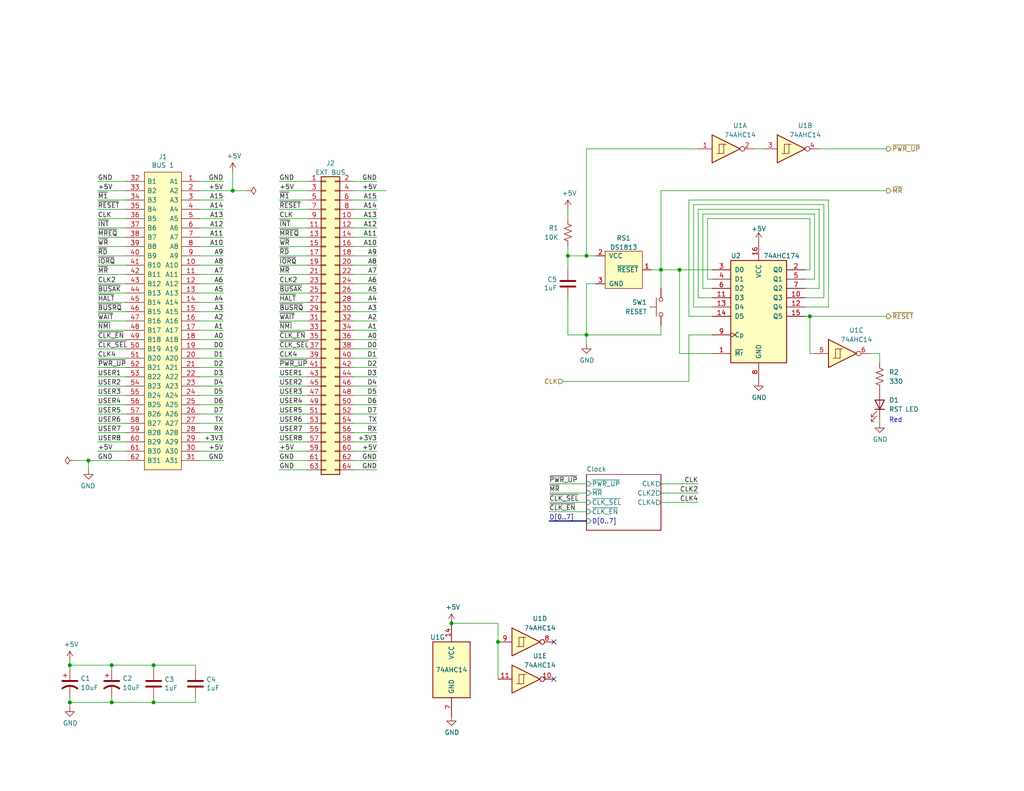
<source format=kicad_sch>
(kicad_sch (version 20211123) (generator eeschema)
  (paper "USLetter")
  (title_block (title "Micro Hobbyist's Z80 Homebrew Project") (date "2022-10-10") (rev "1") (company "Frédéric Segard, aka : Micro Hobbyist"))
  (lib_symbols
    (symbol "0_Z80_Library:DS1813" (pin_names (offset 1.016))
      (property "Reference" "RS" (at 0 2.54 0))
      (property "Value" "DS1813" (at 0 0 0))
      (symbol "DS1813_1_1"
        (pin output line (at 7.62 -6.35 180) (length 2.54) (name "~{RESET}") (number "1"))
        (pin input line (at -7.62 -2.54 0) (length 2.54) (name "VCC") (number "2"))
        (pin power_in line (at -7.62 -10.16 0) (length 2.54) (name "GND") (number "3"))
      )
    )
    (symbol "0_Z80_Library:ISA_CARD_CONNECTOR" (pin_names (offset 0.762))
      (property "Reference" "J" (at 0 4.445 0))
      (property "Value" "ISA_CARD_CONNECTOR" (at 0 1.905 0))
      (symbol "ISA_CARD_CONNECTOR_0_0"
        (pin passive line (at 10.16 -2.54 180) (length 5.08) (name "A1") (number "1"))
        (pin passive line (at 10.16 -25.4 180) (length 5.08) (name "A10") (number "10"))
        (pin passive line (at 10.16 -27.94 180) (length 5.08) (name "A11") (number "11"))
        (pin passive line (at 10.16 -30.48 180) (length 5.08) (name "A12") (number "12"))
        (pin passive line (at 10.16 -33.02 180) (length 5.08) (name "A13") (number "13"))
        (pin passive line (at 10.16 -35.56 180) (length 5.08) (name "A14") (number "14"))
        (pin passive line (at 10.16 -38.1 180) (length 5.08) (name "A15") (number "15"))
        (pin passive line (at 10.16 -40.64 180) (length 5.08) (name "A16") (number "16"))
        (pin passive line (at 10.16 -43.18 180) (length 5.08) (name "A17") (number "17"))
        (pin passive line (at 10.16 -45.72 180) (length 5.08) (name "A18") (number "18"))
        (pin passive line (at 10.16 -48.26 180) (length 5.08) (name "A19") (number "19"))
        (pin passive line (at 10.16 -5.08 180) (length 5.08) (name "A2") (number "2"))
        (pin passive line (at 10.16 -50.8 180) (length 5.08) (name "A20") (number "20"))
        (pin passive line (at 10.16 -53.34 180) (length 5.08) (name "A21") (number "21"))
        (pin passive line (at 10.16 -55.88 180) (length 5.08) (name "A22") (number "22"))
        (pin passive line (at 10.16 -58.42 180) (length 5.08) (name "A23") (number "23"))
        (pin passive line (at 10.16 -60.96 180) (length 5.08) (name "A24") (number "24"))
        (pin passive line (at 10.16 -63.5 180) (length 5.08) (name "A25") (number "25"))
        (pin passive line (at 10.16 -66.04 180) (length 5.08) (name "A26") (number "26"))
        (pin passive line (at 10.16 -68.58 180) (length 5.08) (name "A27") (number "27"))
        (pin passive line (at 10.16 -71.12 180) (length 5.08) (name "A28") (number "28"))
        (pin passive line (at 10.16 -73.66 180) (length 5.08) (name "A29") (number "29"))
        (pin passive line (at 10.16 -7.62 180) (length 5.08) (name "A3") (number "3"))
        (pin passive line (at 10.16 -76.2 180) (length 5.08) (name "A30") (number "30"))
        (pin passive line (at 10.16 -78.74 180) (length 5.08) (name "A31") (number "31"))
        (pin passive line (at -10.16 -2.54 0) (length 5.08) (name "B1") (number "32"))
        (pin passive line (at -10.16 -5.08 0) (length 5.08) (name "B2") (number "33"))
        (pin passive line (at -10.16 -7.62 0) (length 5.08) (name "B3") (number "34"))
        (pin passive line (at -10.16 -10.16 0) (length 5.08) (name "B4") (number "35"))
        (pin passive line (at -10.16 -12.7 0) (length 5.08) (name "B5") (number "36"))
        (pin passive line (at -10.16 -15.24 0) (length 5.08) (name "B6") (number "37"))
        (pin passive line (at -10.16 -17.78 0) (length 5.08) (name "B7") (number "38"))
        (pin passive line (at -10.16 -20.32 0) (length 5.08) (name "B8") (number "39"))
        (pin passive line (at 10.16 -10.16 180) (length 5.08) (name "A4") (number "4"))
        (pin passive line (at -10.16 -22.86 0) (length 5.08) (name "B9") (number "40"))
        (pin passive line (at -10.16 -25.4 0) (length 5.08) (name "B10") (number "41"))
        (pin passive line (at -10.16 -27.94 0) (length 5.08) (name "B11") (number "42"))
        (pin passive line (at -10.16 -30.48 0) (length 5.08) (name "B12") (number "43"))
        (pin passive line (at -10.16 -33.02 0) (length 5.08) (name "B13") (number "44"))
        (pin passive line (at -10.16 -35.56 0) (length 5.08) (name "B14") (number "45"))
        (pin passive line (at -10.16 -38.1 0) (length 5.08) (name "B15") (number "46"))
        (pin passive line (at -10.16 -40.64 0) (length 5.08) (name "B16") (number "47"))
        (pin passive line (at -10.16 -43.18 0) (length 5.08) (name "B17") (number "48"))
        (pin passive line (at -10.16 -45.72 0) (length 5.08) (name "B18") (number "49"))
        (pin passive line (at 10.16 -12.7 180) (length 5.08) (name "A5") (number "5"))
        (pin passive line (at -10.16 -48.26 0) (length 5.08) (name "B19") (number "50"))
        (pin passive line (at -10.16 -50.8 0) (length 5.08) (name "B20") (number "51"))
        (pin passive line (at -10.16 -53.34 0) (length 5.08) (name "B21") (number "52"))
        (pin passive line (at -10.16 -55.88 0) (length 5.08) (name "B22") (number "53"))
        (pin passive line (at -10.16 -58.42 0) (length 5.08) (name "B23") (number "54"))
        (pin passive line (at -10.16 -60.96 0) (length 5.08) (name "B24") (number "55"))
        (pin passive line (at -10.16 -63.5 0) (length 5.08) (name "B25") (number "56"))
        (pin passive line (at -10.16 -66.04 0) (length 5.08) (name "B26") (number "57"))
        (pin passive line (at -10.16 -68.58 0) (length 5.08) (name "B27") (number "58"))
        (pin passive line (at -10.16 -71.12 0) (length 5.08) (name "B28") (number "59"))
        (pin passive line (at 10.16 -15.24 180) (length 5.08) (name "A6") (number "6"))
        (pin passive line (at -10.16 -73.66 0) (length 5.08) (name "B29") (number "60"))
        (pin passive line (at -10.16 -76.2 0) (length 5.08) (name "B30") (number "61"))
        (pin passive line (at -10.16 -78.74 0) (length 5.08) (name "B31") (number "62"))
        (pin passive line (at 10.16 -17.78 180) (length 5.08) (name "A7") (number "7"))
        (pin passive line (at 10.16 -20.32 180) (length 5.08) (name "A8") (number "8"))
        (pin passive line (at 10.16 -22.86 180) (length 5.08) (name "A9") (number "9"))
      )
    )
    (symbol "74xx:74HC14" (pin_names (offset 1.016))
      (property "Reference" "U" (at 0 1.27 0))
      (property "Value" "74HC14" (at 0 -1.27 0))
      (symbol "74HC14_1_0"
        (pin input line (at -7.62 0 0) (length 3.81) (name "~") (number "1"))
        (pin output inverted (at 7.62 0 180) (length 3.81) (name "~") (number "2"))
      )
      (symbol "74HC14_2_0"
        (pin input line (at -7.62 0 0) (length 3.81) (name "~") (number "3"))
        (pin output inverted (at 7.62 0 180) (length 3.81) (name "~") (number "4"))
      )
      (symbol "74HC14_3_0"
        (pin input line (at -7.62 0 0) (length 3.81) (name "~") (number "5"))
        (pin output inverted (at 7.62 0 180) (length 3.81) (name "~") (number "6"))
      )
      (symbol "74HC14_4_0"
        (pin output inverted (at 7.62 0 180) (length 3.81) (name "~") (number "8"))
        (pin input line (at -7.62 0 0) (length 3.81) (name "~") (number "9"))
      )
      (symbol "74HC14_5_0"
        (pin output inverted (at 7.62 0 180) (length 3.81) (name "~") (number "10"))
        (pin input line (at -7.62 0 0) (length 3.81) (name "~") (number "11"))
      )
      (symbol "74HC14_6_0"
        (pin output inverted (at 7.62 0 180) (length 3.81) (name "~") (number "12"))
        (pin input line (at -7.62 0 0) (length 3.81) (name "~") (number "13"))
      )
      (symbol "74HC14_7_0"
        (pin power_in line (at 0 12.7 270) (length 5.08) (name "VCC") (number "14"))
        (pin power_in line (at 0 -12.7 90) (length 5.08) (name "GND") (number "7"))
      )
    )
    (symbol "74xx:74LS174" (pin_names (offset 1.016))
      (property "Reference" "U" (at -7.62 13.97 0))
      (property "Value" "74LS174" (at -7.62 -16.51 0))
      (symbol "74LS174_1_0"
        (pin input line (at -12.7 -12.7 0) (length 5.08) (name "~{Mr}") (number "1"))
        (pin output line (at 12.7 2.54 180) (length 5.08) (name "Q3") (number "10"))
        (pin input line (at -12.7 2.54 0) (length 5.08) (name "D3") (number "11"))
        (pin output line (at 12.7 0 180) (length 5.08) (name "Q4") (number "12"))
        (pin input line (at -12.7 0 0) (length 5.08) (name "D4") (number "13"))
        (pin input line (at -12.7 -2.54 0) (length 5.08) (name "D5") (number "14"))
        (pin output line (at 12.7 -2.54 180) (length 5.08) (name "Q5") (number "15"))
        (pin power_in line (at 0 17.78 270) (length 5.08) (name "VCC") (number "16"))
        (pin output line (at 12.7 10.16 180) (length 5.08) (name "Q0") (number "2"))
        (pin input line (at -12.7 10.16 0) (length 5.08) (name "D0") (number "3"))
        (pin input line (at -12.7 7.62 0) (length 5.08) (name "D1") (number "4"))
        (pin output line (at 12.7 7.62 180) (length 5.08) (name "Q1") (number "5"))
        (pin input line (at -12.7 5.08 0) (length 5.08) (name "D2") (number "6"))
        (pin output line (at 12.7 5.08 180) (length 5.08) (name "Q2") (number "7"))
        (pin power_in line (at 0 -20.32 90) (length 5.08) (name "GND") (number "8"))
        (pin input clock (at -12.7 -7.62 0) (length 5.08) (name "Cp") (number "9"))
      )
    )
    (symbol "Connector_Generic:Conn_02x32_Odd_Even" (pin_names (offset 1.016) hide)
      (property "Reference" "J" (at 1.27 40.64 0))
      (property "Value" "Conn_02x32_Odd_Even" (at 1.27 -43.18 0))
      (symbol "Conn_02x32_Odd_Even_1_1"
        (pin passive line (at -5.08 38.1 0) (length 3.81) (name "Pin_1") (number "1"))
        (pin passive line (at 7.62 27.94 180) (length 3.81) (name "Pin_10") (number "10"))
        (pin passive line (at -5.08 25.4 0) (length 3.81) (name "Pin_11") (number "11"))
        (pin passive line (at 7.62 25.4 180) (length 3.81) (name "Pin_12") (number "12"))
        (pin passive line (at -5.08 22.86 0) (length 3.81) (name "Pin_13") (number "13"))
        (pin passive line (at 7.62 22.86 180) (length 3.81) (name "Pin_14") (number "14"))
        (pin passive line (at -5.08 20.32 0) (length 3.81) (name "Pin_15") (number "15"))
        (pin passive line (at 7.62 20.32 180) (length 3.81) (name "Pin_16") (number "16"))
        (pin passive line (at -5.08 17.78 0) (length 3.81) (name "Pin_17") (number "17"))
        (pin passive line (at 7.62 17.78 180) (length 3.81) (name "Pin_18") (number "18"))
        (pin passive line (at -5.08 15.24 0) (length 3.81) (name "Pin_19") (number "19"))
        (pin passive line (at 7.62 38.1 180) (length 3.81) (name "Pin_2") (number "2"))
        (pin passive line (at 7.62 15.24 180) (length 3.81) (name "Pin_20") (number "20"))
        (pin passive line (at -5.08 12.7 0) (length 3.81) (name "Pin_21") (number "21"))
        (pin passive line (at 7.62 12.7 180) (length 3.81) (name "Pin_22") (number "22"))
        (pin passive line (at -5.08 10.16 0) (length 3.81) (name "Pin_23") (number "23"))
        (pin passive line (at 7.62 10.16 180) (length 3.81) (name "Pin_24") (number "24"))
        (pin passive line (at -5.08 7.62 0) (length 3.81) (name "Pin_25") (number "25"))
        (pin passive line (at 7.62 7.62 180) (length 3.81) (name "Pin_26") (number "26"))
        (pin passive line (at -5.08 5.08 0) (length 3.81) (name "Pin_27") (number "27"))
        (pin passive line (at 7.62 5.08 180) (length 3.81) (name "Pin_28") (number "28"))
        (pin passive line (at -5.08 2.54 0) (length 3.81) (name "Pin_29") (number "29"))
        (pin passive line (at -5.08 35.56 0) (length 3.81) (name "Pin_3") (number "3"))
        (pin passive line (at 7.62 2.54 180) (length 3.81) (name "Pin_30") (number "30"))
        (pin passive line (at -5.08 0 0) (length 3.81) (name "Pin_31") (number "31"))
        (pin passive line (at 7.62 0 180) (length 3.81) (name "Pin_32") (number "32"))
        (pin passive line (at -5.08 -2.54 0) (length 3.81) (name "Pin_33") (number "33"))
        (pin passive line (at 7.62 -2.54 180) (length 3.81) (name "Pin_34") (number "34"))
        (pin passive line (at -5.08 -5.08 0) (length 3.81) (name "Pin_35") (number "35"))
        (pin passive line (at 7.62 -5.08 180) (length 3.81) (name "Pin_36") (number "36"))
        (pin passive line (at -5.08 -7.62 0) (length 3.81) (name "Pin_37") (number "37"))
        (pin passive line (at 7.62 -7.62 180) (length 3.81) (name "Pin_38") (number "38"))
        (pin passive line (at -5.08 -10.16 0) (length 3.81) (name "Pin_39") (number "39"))
        (pin passive line (at 7.62 35.56 180) (length 3.81) (name "Pin_4") (number "4"))
        (pin passive line (at 7.62 -10.16 180) (length 3.81) (name "Pin_40") (number "40"))
        (pin passive line (at -5.08 -12.7 0) (length 3.81) (name "Pin_41") (number "41"))
        (pin passive line (at 7.62 -12.7 180) (length 3.81) (name "Pin_42") (number "42"))
        (pin passive line (at -5.08 -15.24 0) (length 3.81) (name "Pin_43") (number "43"))
        (pin passive line (at 7.62 -15.24 180) (length 3.81) (name "Pin_44") (number "44"))
        (pin passive line (at -5.08 -17.78 0) (length 3.81) (name "Pin_45") (number "45"))
        (pin passive line (at 7.62 -17.78 180) (length 3.81) (name "Pin_46") (number "46"))
        (pin passive line (at -5.08 -20.32 0) (length 3.81) (name "Pin_47") (number "47"))
        (pin passive line (at 7.62 -20.32 180) (length 3.81) (name "Pin_48") (number "48"))
        (pin passive line (at -5.08 -22.86 0) (length 3.81) (name "Pin_49") (number "49"))
        (pin passive line (at -5.08 33.02 0) (length 3.81) (name "Pin_5") (number "5"))
        (pin passive line (at 7.62 -22.86 180) (length 3.81) (name "Pin_50") (number "50"))
        (pin passive line (at -5.08 -25.4 0) (length 3.81) (name "Pin_51") (number "51"))
        (pin passive line (at 7.62 -25.4 180) (length 3.81) (name "Pin_52") (number "52"))
        (pin passive line (at -5.08 -27.94 0) (length 3.81) (name "Pin_53") (number "53"))
        (pin passive line (at 7.62 -27.94 180) (length 3.81) (name "Pin_54") (number "54"))
        (pin passive line (at -5.08 -30.48 0) (length 3.81) (name "Pin_55") (number "55"))
        (pin passive line (at 7.62 -30.48 180) (length 3.81) (name "Pin_56") (number "56"))
        (pin passive line (at -5.08 -33.02 0) (length 3.81) (name "Pin_57") (number "57"))
        (pin passive line (at 7.62 -33.02 180) (length 3.81) (name "Pin_58") (number "58"))
        (pin passive line (at -5.08 -35.56 0) (length 3.81) (name "Pin_59") (number "59"))
        (pin passive line (at 7.62 33.02 180) (length 3.81) (name "Pin_6") (number "6"))
        (pin passive line (at 7.62 -35.56 180) (length 3.81) (name "Pin_60") (number "60"))
        (pin passive line (at -5.08 -38.1 0) (length 3.81) (name "Pin_61") (number "61"))
        (pin passive line (at 7.62 -38.1 180) (length 3.81) (name "Pin_62") (number "62"))
        (pin passive line (at -5.08 -40.64 0) (length 3.81) (name "Pin_63") (number "63"))
        (pin passive line (at 7.62 -40.64 180) (length 3.81) (name "Pin_64") (number "64"))
        (pin passive line (at -5.08 30.48 0) (length 3.81) (name "Pin_7") (number "7"))
        (pin passive line (at 7.62 30.48 180) (length 3.81) (name "Pin_8") (number "8"))
        (pin passive line (at -5.08 27.94 0) (length 3.81) (name "Pin_9") (number "9"))
      )
    )
    (symbol "Device:C" (pin_numbers hide) (pin_names (offset 0.254))
      (property "Reference" "C" (at 0.635 2.54 0))
      (property "Value" "C" (at 0.635 -2.54 0))
      (symbol "C_1_1"
        (pin passive line (at 0 3.81 270) (length 2.794) (name "~") (number "1"))
        (pin passive line (at 0 -3.81 90) (length 2.794) (name "~") (number "2"))
      )
    )
    (symbol "Device:C_Polarized_US" (pin_numbers hide) (pin_names (offset 0.254) hide)
      (property "Reference" "C" (at 0.635 2.54 0))
      (property "Value" "C_Polarized_US" (at 0.635 -2.54 0))
      (symbol "C_Polarized_US_1_1"
        (pin passive line (at 0 3.81 270) (length 2.794) (name "~") (number "1"))
        (pin passive line (at 0 -3.81 90) (length 3.302) (name "~") (number "2"))
      )
    )
    (symbol "Device:LED" (pin_numbers hide) (pin_names (offset 1.016) hide)
      (property "Reference" "D" (at 0 2.54 0))
      (property "Value" "LED" (at 0 -2.54 0))
      (symbol "LED_1_1"
        (pin passive line (at -3.81 0 0) (length 2.54) (name "K") (number "1"))
        (pin passive line (at 3.81 0 180) (length 2.54) (name "A") (number "2"))
      )
    )
    (symbol "Device:R_US" (pin_numbers hide) (pin_names (offset 0))
      (property "Reference" "R" (at 2.54 0 90))
      (property "Value" "R_US" (at -2.54 0 90))
      (symbol "R_US_1_1"
        (pin passive line (at 0 3.81 270) (length 1.27) (name "~") (number "1"))
        (pin passive line (at 0 -3.81 90) (length 1.27) (name "~") (number "2"))
      )
    )
    (symbol "Graphic:Logo_Open_Hardware_Small" (pin_names (offset 1.016)))
    (symbol "R_US_1" (pin_numbers hide) (pin_names (offset 0))
      (property "Reference" "R" (at 2.54 0 90))
      (property "Value" "R_US_1" (at -2.54 0 90))
      (symbol "R_US_1_1_1"
        (pin passive line (at 0 3.81 270) (length 1.27) (name "~") (number "1"))
        (pin passive line (at 0 -3.81 90) (length 1.27) (name "~") (number "2"))
      )
    )
    (symbol "Switch:SW_Push" (pin_numbers hide) (pin_names (offset 1.016) hide)
      (property "Reference" "SW" (at 1.27 2.54 0))
      (property "Value" "SW_Push" (at 0 -1.524 0))
      (symbol "SW_Push_0_1"
        (pin passive line (at -5.08 0 0) (length 2.54) (name "1") (number "1"))
        (pin passive line (at 5.08 0 180) (length 2.54) (name "2") (number "2"))
      )
    )
    (symbol "power:+5V" (power) (pin_names (offset 0))
      (property "Value" "+5V" (at 0 3.556 0))
      (symbol "+5V_1_1"
        (pin power_in line (at 0 0 90) (length 0) hide (name "+5V") (number "1"))
      )
    )
    (symbol "power:GND" (power) (pin_names (offset 0))
      (property "Value" "GND" (at 0 -3.81 0))
      (symbol "GND_1_1"
        (pin power_in line (at 0 0 270) (length 0) hide (name "GND") (number "1"))
      )
    )
    (symbol "power:PWR_FLAG" (power) (pin_numbers hide) (pin_names (offset 0) hide)
      (property "Value" "PWR_FLAG" (at 0 3.81 0))
      (symbol "PWR_FLAG_0_0"
        (pin power_out line (at 0 0 90) (length 0) (name "pwr") (number "1"))
      )
    )
  )
  (junction (at 30.48 181.61))
  (junction (at 19.05 181.61))
  (junction (at 123.19 170.18))
  (junction (at 24.13 125.73))
  (junction (at 180.34 73.66))
  (junction (at 41.91 191.77))
  (junction (at 160.02 91.44))
  (junction (at 135.89 175.26))
  (junction (at 19.05 191.77))
  (junction (at 185.42 73.66))
  (junction (at 63.5 52.07))
  (junction (at 154.94 69.85))
  (junction (at 160.02 69.85))
  (junction (at 220.98 86.36))
  (junction (at 41.91 181.61))
  (junction (at 30.48 191.77))
  (no_connect (at 151.13 175.26))
  (no_connect (at 151.13 185.42))
  (wire (pts (xy 19.05 191.77) (xy 30.48 191.77)))
  (wire (pts (xy 26.67 49.53) (xy 34.29 49.53)))
  (wire (pts (xy 226.06 54.61) (xy 187.96 54.61)))
  (wire (pts (xy 187.96 91.44) (xy 187.96 104.14)))
  (wire (pts (xy 205.74 40.64) (xy 208.28 40.64)))
  (wire (pts (xy 54.61 115.57) (xy 60.96 115.57)))
  (wire (pts (xy 96.52 113.03) (xy 102.87 113.03)))
  (wire (pts (xy 187.96 54.61) (xy 187.96 86.36)))
  (wire (pts (xy 30.48 191.77) (xy 41.91 191.77)))
  (wire (pts (xy 54.61 105.41) (xy 60.96 105.41)))
  (wire (pts (xy 76.2 113.03) (xy 83.82 113.03)))
  (wire (pts (xy 96.52 87.63) (xy 102.87 87.63)))
  (wire (pts (xy 220.98 73.66) (xy 220.98 59.69)))
  (wire (pts (xy 102.87 128.27) (xy 96.52 128.27)))
  (wire (pts (xy 220.98 59.69) (xy 193.04 59.69)))
  (wire (pts (xy 26.67 97.79) (xy 34.29 97.79)))
  (wire (pts (xy 189.23 55.88) (xy 189.23 83.82)))
  (wire (pts (xy 96.52 82.55) (xy 102.87 82.55)))
  (wire (pts (xy 54.61 64.77) (xy 60.96 64.77)))
  (wire (pts (xy 180.34 52.07) (xy 241.935 52.07)))
  (wire (pts (xy 26.67 69.85) (xy 34.29 69.85)))
  (wire (pts (xy 187.96 91.44) (xy 194.31 91.44)))
  (wire (pts (xy 54.61 80.01) (xy 60.96 80.01)))
  (wire (pts (xy 76.2 77.47) (xy 83.82 77.47)))
  (wire (pts (xy 96.52 118.11) (xy 102.87 118.11)))
  (wire (pts (xy 76.2 82.55) (xy 83.82 82.55)))
  (wire (pts (xy 160.02 91.44) (xy 180.34 91.44)))
  (wire (pts (xy 26.67 85.09) (xy 34.29 85.09)))
  (wire (pts (xy 26.67 92.71) (xy 34.29 92.71)))
  (wire (pts (xy 24.13 125.73) (xy 34.29 125.73)))
  (wire (pts (xy 224.79 81.28) (xy 224.79 55.88)))
  (wire (pts (xy 177.8 73.66) (xy 180.34 73.66)))
  (wire (pts (xy 26.67 72.39) (xy 34.29 72.39)))
  (wire (pts (xy 76.2 105.41) (xy 83.82 105.41)))
  (wire (pts (xy 96.52 69.85) (xy 102.87 69.85)))
  (wire (pts (xy 193.04 59.69) (xy 193.04 76.2)))
  (wire (pts (xy 54.61 113.03) (xy 60.96 113.03)))
  (wire (pts (xy 154.94 69.85) (xy 160.02 69.85)))
  (wire (pts (xy 54.61 102.87) (xy 60.96 102.87)))
  (wire (pts (xy 26.67 54.61) (xy 34.29 54.61)))
  (wire (pts (xy 76.2 97.79) (xy 83.82 97.79)))
  (wire (pts (xy 96.52 105.41) (xy 102.87 105.41)))
  (wire (pts (xy 154.94 69.85) (xy 154.94 67.31)))
  (wire (pts (xy 54.61 110.49) (xy 60.96 110.49)))
  (wire (pts (xy 96.52 102.87) (xy 102.87 102.87)))
  (wire (pts (xy 135.89 175.26) (xy 135.89 185.42)))
  (wire (pts (xy 219.71 83.82) (xy 226.06 83.82)))
  (wire (pts (xy 76.2 95.25) (xy 83.82 95.25)))
  (wire (pts (xy 26.67 62.23) (xy 34.29 62.23)))
  (wire (pts (xy 76.2 90.17) (xy 83.82 90.17)))
  (wire (pts (xy 54.61 52.07) (xy 63.5 52.07)))
  (wire (pts (xy 26.67 118.11) (xy 34.29 118.11)))
  (wire (pts (xy 26.67 105.41) (xy 34.29 105.41)))
  (wire (pts (xy 96.52 77.47) (xy 102.87 77.47)))
  (wire (pts (xy 185.42 96.52) (xy 194.31 96.52)))
  (wire (pts (xy 149.86 132.08) (xy 160.02 132.08)))
  (wire (pts (xy 76.2 49.53) (xy 83.82 49.53)))
  (wire (pts (xy 26.67 100.33) (xy 34.29 100.33)))
  (wire (pts (xy 223.52 57.15) (xy 190.5 57.15)))
  (wire (pts (xy 220.98 86.36) (xy 241.935 86.36)))
  (wire (pts (xy 222.25 76.2) (xy 222.25 58.42)))
  (wire (pts (xy 96.52 72.39) (xy 102.87 72.39)))
  (wire (pts (xy 96.52 110.49) (xy 102.87 110.49)))
  (wire (pts (xy 240.03 115.57) (xy 240.03 114.3)))
  (wire (pts (xy 53.34 181.61) (xy 53.34 182.88)))
  (wire (pts (xy 96.52 90.17) (xy 102.87 90.17)))
  (wire (pts (xy 96.52 95.25) (xy 102.87 95.25)))
  (wire (pts (xy 240.03 96.52) (xy 240.03 99.06)))
  (wire (pts (xy 26.67 115.57) (xy 34.29 115.57)))
  (wire (pts (xy 96.52 100.33) (xy 102.87 100.33)))
  (wire (pts (xy 54.61 100.33) (xy 60.96 100.33)))
  (wire (pts (xy 190.5 57.15) (xy 190.5 81.28)))
  (wire (pts (xy 180.34 78.74) (xy 180.34 73.66)))
  (wire (pts (xy 26.67 90.17) (xy 34.29 90.17)))
  (wire (pts (xy 19.05 190.5) (xy 19.05 191.77)))
  (wire (pts (xy 160.02 40.64) (xy 190.5 40.64)))
  (wire (pts (xy 26.67 120.65) (xy 34.29 120.65)))
  (wire (pts (xy 26.67 67.31) (xy 34.29 67.31)))
  (wire (pts (xy 96.52 125.73) (xy 102.87 125.73)))
  (wire (pts (xy 223.52 78.74) (xy 223.52 57.15)))
  (wire (pts (xy 76.2 87.63) (xy 83.82 87.63)))
  (wire (pts (xy 219.71 81.28) (xy 224.79 81.28)))
  (wire (pts (xy 76.2 62.23) (xy 83.82 62.23)))
  (wire (pts (xy 26.67 57.15) (xy 34.29 57.15)))
  (wire (pts (xy 222.25 58.42) (xy 191.77 58.42)))
  (wire (pts (xy 54.61 57.15) (xy 60.96 57.15)))
  (wire (pts (xy 96.52 59.69) (xy 102.87 59.69)))
  (wire (pts (xy 30.48 181.61) (xy 30.48 182.88)))
  (wire (pts (xy 26.67 102.87) (xy 34.29 102.87)))
  (wire (pts (xy 76.2 52.07) (xy 83.82 52.07)))
  (wire (pts (xy 76.2 118.11) (xy 83.82 118.11)))
  (wire (pts (xy 180.34 73.66) (xy 185.42 73.66)))
  (wire (pts (xy 154.94 81.28) (xy 154.94 91.44)))
  (wire (pts (xy 54.61 74.93) (xy 60.96 74.93)))
  (wire (pts (xy 76.2 59.69) (xy 83.82 59.69)))
  (wire (pts (xy 219.71 78.74) (xy 223.52 78.74)))
  (wire (pts (xy 30.48 181.61) (xy 41.91 181.61)))
  (wire (pts (xy 96.52 62.23) (xy 102.87 62.23)))
  (wire (pts (xy 149.86 137.16) (xy 160.02 137.16)))
  (wire (pts (xy 220.98 86.36) (xy 220.98 96.52)))
  (wire (pts (xy 54.61 85.09) (xy 60.96 85.09)))
  (wire (pts (xy 76.2 72.39) (xy 83.82 72.39)))
  (wire (pts (xy 160.02 40.64) (xy 160.02 69.85)))
  (wire (pts (xy 76.2 115.57) (xy 83.82 115.57)))
  (wire (pts (xy 222.25 96.52) (xy 220.98 96.52)))
  (wire (pts (xy 180.34 88.9) (xy 180.34 91.44)))
  (wire (pts (xy 19.05 191.77) (xy 19.05 193.04)))
  (wire (pts (xy 96.52 123.19) (xy 102.87 123.19)))
  (wire (pts (xy 153.67 104.14) (xy 187.96 104.14)))
  (wire (pts (xy 76.2 69.85) (xy 83.82 69.85)))
  (wire (pts (xy 76.2 102.87) (xy 83.82 102.87)))
  (wire (pts (xy 24.13 125.73) (xy 24.13 128.27)))
  (wire (pts (xy 160.02 69.85) (xy 162.56 69.85)))
  (wire (pts (xy 191.77 58.42) (xy 191.77 78.74)))
  (wire (pts (xy 26.67 107.95) (xy 34.29 107.95)))
  (wire (pts (xy 96.52 97.79) (xy 102.87 97.79)))
  (wire (pts (xy 54.61 62.23) (xy 60.96 62.23)))
  (wire (pts (xy 102.87 120.65) (xy 96.52 120.65)))
  (wire (pts (xy 54.61 97.79) (xy 60.96 97.79)))
  (wire (pts (xy 54.61 69.85) (xy 60.96 69.85)))
  (wire (pts (xy 76.2 125.73) (xy 83.82 125.73)))
  (wire (pts (xy 54.61 123.19) (xy 60.96 123.19)))
  (wire (pts (xy 76.2 85.09) (xy 83.82 85.09)))
  (wire (pts (xy 54.61 95.25) (xy 60.96 95.25)))
  (wire (pts (xy 54.61 49.53) (xy 60.96 49.53)))
  (wire (pts (xy 76.2 74.93) (xy 83.82 74.93)))
  (wire (pts (xy 54.61 82.55) (xy 60.96 82.55)))
  (wire (pts (xy 63.5 46.99) (xy 63.5 52.07)))
  (wire (pts (xy 76.2 64.77) (xy 83.82 64.77)))
  (wire (pts (xy 54.61 59.69) (xy 60.96 59.69)))
  (wire (pts (xy 26.67 59.69) (xy 34.29 59.69)))
  (wire (pts (xy 135.89 170.18) (xy 135.89 175.26)))
  (wire (pts (xy 60.96 120.65) (xy 54.61 120.65)))
  (wire (pts (xy 19.05 180.34) (xy 19.05 181.61)))
  (wire (pts (xy 76.2 128.27) (xy 83.82 128.27)))
  (wire (pts (xy 20.32 125.73) (xy 24.13 125.73)))
  (wire (pts (xy 26.67 95.25) (xy 34.29 95.25)))
  (wire (pts (xy 26.67 87.63) (xy 34.29 87.63)))
  (wire (pts (xy 26.67 123.19) (xy 34.29 123.19)))
  (wire (pts (xy 76.2 110.49) (xy 83.82 110.49)))
  (wire (pts (xy 41.91 181.61) (xy 53.34 181.61)))
  (wire (pts (xy 189.23 83.82) (xy 194.31 83.82)))
  (wire (pts (xy 224.79 55.88) (xy 189.23 55.88)))
  (wire (pts (xy 41.91 181.61) (xy 41.91 182.88)))
  (wire (pts (xy 96.52 54.61) (xy 102.87 54.61)))
  (wire (pts (xy 96.52 49.53) (xy 102.87 49.53)))
  (wire (pts (xy 96.52 74.93) (xy 102.87 74.93)))
  (wire (pts (xy 223.52 40.64) (xy 241.935 40.64)))
  (wire (pts (xy 96.52 115.57) (xy 102.87 115.57)))
  (wire (pts (xy 226.06 83.82) (xy 226.06 54.61)))
  (wire (pts (xy 154.94 57.15) (xy 154.94 59.69)))
  (wire (pts (xy 76.2 100.33) (xy 83.82 100.33)))
  (wire (pts (xy 30.48 190.5) (xy 30.48 191.77)))
  (wire (pts (xy 96.52 67.31) (xy 102.87 67.31)))
  (wire (pts (xy 191.77 78.74) (xy 194.31 78.74)))
  (wire (pts (xy 160.02 93.98) (xy 160.02 91.44)))
  (wire (pts (xy 135.89 170.18) (xy 123.19 170.18)))
  (wire (pts (xy 162.56 77.47) (xy 160.02 77.47)))
  (wire (pts (xy 180.34 134.62) (xy 190.5 134.62)))
  (wire (pts (xy 219.71 76.2) (xy 222.25 76.2)))
  (wire (pts (xy 76.2 123.19) (xy 83.82 123.19)))
  (wire (pts (xy 54.61 125.73) (xy 60.96 125.73)))
  (wire (pts (xy 76.2 120.65) (xy 83.82 120.65)))
  (wire (pts (xy 96.52 107.95) (xy 102.87 107.95)))
  (wire (pts (xy 76.2 80.01) (xy 83.82 80.01)))
  (wire (pts (xy 41.91 190.5) (xy 41.91 191.77)))
  (wire (pts (xy 26.67 74.93) (xy 34.29 74.93)))
  (wire (pts (xy 26.67 77.47) (xy 34.29 77.47)))
  (wire (pts (xy 185.42 73.66) (xy 185.42 96.52)))
  (wire (pts (xy 54.61 72.39) (xy 60.96 72.39)))
  (wire (pts (xy 240.03 96.52) (xy 237.49 96.52)))
  (wire (pts (xy 41.91 191.77) (xy 53.34 191.77)))
  (wire (pts (xy 76.2 92.71) (xy 83.82 92.71)))
  (wire (pts (xy 96.52 92.71) (xy 102.87 92.71)))
  (wire (pts (xy 149.86 134.62) (xy 160.02 134.62)))
  (wire (pts (xy 54.61 92.71) (xy 60.96 92.71)))
  (wire (pts (xy 96.52 85.09) (xy 102.87 85.09)))
  (wire (pts (xy 185.42 73.66) (xy 194.31 73.66)))
  (wire (pts (xy 53.34 190.5) (xy 53.34 191.77)))
  (wire (pts (xy 26.67 80.01) (xy 34.29 80.01)))
  (wire (pts (xy 19.05 181.61) (xy 30.48 181.61)))
  (wire (pts (xy 26.67 113.03) (xy 34.29 113.03)))
  (wire (pts (xy 26.67 52.07) (xy 34.29 52.07)))
  (wire (pts (xy 180.34 137.16) (xy 190.5 137.16)))
  (wire (pts (xy 96.52 64.77) (xy 102.87 64.77)))
  (wire (pts (xy 180.34 73.66) (xy 180.34 52.07)))
  (wire (pts (xy 187.96 86.36) (xy 194.31 86.36)))
  (wire (pts (xy 26.67 82.55) (xy 34.29 82.55)))
  (wire (pts (xy 54.61 118.11) (xy 60.96 118.11)))
  (bus (pts (xy 149.86 142.24) (xy 160.02 142.24)))
  (wire (pts (xy 96.52 57.15) (xy 102.87 57.15)))
  (wire (pts (xy 26.67 110.49) (xy 34.29 110.49)))
  (wire (pts (xy 67.31 52.07) (xy 63.5 52.07)))
  (wire (pts (xy 154.94 91.44) (xy 160.02 91.44)))
  (wire (pts (xy 76.2 54.61) (xy 83.82 54.61)))
  (wire (pts (xy 76.2 67.31) (xy 83.82 67.31)))
  (wire (pts (xy 19.05 181.61) (xy 19.05 182.88)))
  (wire (pts (xy 54.61 67.31) (xy 60.96 67.31)))
  (wire (pts (xy 154.94 73.66) (xy 154.94 69.85)))
  (wire (pts (xy 96.52 52.07) (xy 105.41 52.07)))
  (wire (pts (xy 54.61 107.95) (xy 60.96 107.95)))
  (wire (pts (xy 180.34 132.08) (xy 190.5 132.08)))
  (wire (pts (xy 96.52 80.01) (xy 102.87 80.01)))
  (wire (pts (xy 149.86 139.7) (xy 160.02 139.7)))
  (wire (pts (xy 160.02 77.47) (xy 160.02 91.44)))
  (wire (pts (xy 190.5 81.28) (xy 194.31 81.28)))
  (wire (pts (xy 54.61 54.61) (xy 60.96 54.61)))
  (wire (pts (xy 54.61 87.63) (xy 60.96 87.63)))
  (wire (pts (xy 54.61 77.47) (xy 60.96 77.47)))
  (wire (pts (xy 219.71 86.36) (xy 220.98 86.36)))
  (wire (pts (xy 76.2 107.95) (xy 83.82 107.95)))
  (wire (pts (xy 219.71 73.66) (xy 220.98 73.66)))
  (wire (pts (xy 54.61 90.17) (xy 60.96 90.17)))
  (wire (pts (xy 76.2 57.15) (xy 83.82 57.15)))
  (wire (pts (xy 26.67 64.77) (xy 34.29 64.77)))
  (wire (pts (xy 193.04 76.2) (xy 194.31 76.2)))
  (text "Red" (at 242.546 115.522 0) (effects (font (size 1.27 1.27)) (justify left bottom)))
  (label "USER1" (at 76.2 102.87 0))
  (label "A11" (at 60.96 64.77 180))
  (label "D4" (at 102.87 105.41 180))
  (label "GND" (at 76.2 49.53 0))
  (label "GND" (at 76.2 128.27 0))
  (label "~{CLK_SEL}" (at 149.86 137.16 0))
  (label "D6" (at 102.87 110.49 180))
  (label "A7" (at 60.96 74.93 180))
  (label "~{WR}" (at 26.67 67.31 0))
  (label "~{RD}" (at 76.2 69.85 0))
  (label "A13" (at 102.87 59.69 180))
  (label "USER1" (at 26.67 102.87 0))
  (label "+5V" (at 60.96 123.19 180))
  (label "D0" (at 60.96 95.25 180))
  (label "A6" (at 60.96 77.47 180))
  (label "+5V" (at 26.67 52.07 0))
  (label "TX" (at 102.87 115.57 180))
  (label "~{WR}" (at 76.2 67.31 0))
  (label "GND" (at 102.87 125.73 180))
  (label "~{HALT}" (at 76.2 82.55 0))
  (label "CLK4" (at 190.5 137.16 180))
  (label "A5" (at 102.87 80.01 180))
  (label "~{MR}" (at 26.67 74.93 0))
  (label "+5V" (at 26.67 123.19 0))
  (label "D[0..7]" (at 149.86 142.24 0))
  (label "A15" (at 60.96 54.61 180))
  (label "USER3" (at 76.2 107.95 0))
  (label "~{BUSRQ}" (at 76.2 85.09 0))
  (label "A9" (at 60.96 69.85 180))
  (label "CLK2" (at 190.5 134.62 180))
  (label "GND" (at 26.67 49.53 0))
  (label "A9" (at 102.87 69.85 180))
  (label "A0" (at 60.96 92.71 180))
  (label "CLK" (at 76.2 59.69 0))
  (label "GND" (at 76.2 125.73 0))
  (label "GND" (at 60.96 49.53 180))
  (label "RX" (at 102.87 118.11 180))
  (label "~{RESET}" (at 76.2 57.15 0))
  (label "A3" (at 60.96 85.09 180))
  (label "~{PWR_UP}" (at 26.67 100.33 0))
  (label "+3V3" (at 102.87 120.65 180))
  (label "D7" (at 60.96 113.03 180))
  (label "USER2" (at 26.67 105.41 0))
  (label "~{IORQ}" (at 76.2 72.39 0))
  (label "~{HALT}" (at 26.67 82.55 0))
  (label "A13" (at 60.96 59.69 180))
  (label "GND" (at 102.87 49.53 180))
  (label "A14" (at 102.87 57.15 180))
  (label "USER6" (at 76.2 115.57 0))
  (label "D4" (at 60.96 105.41 180))
  (label "~{CLK_EN}" (at 76.2 92.71 0))
  (label "CLK" (at 190.5 132.08 180))
  (label "~{NMI}" (at 26.67 90.17 0))
  (label "D1" (at 60.96 97.79 180))
  (label "D5" (at 60.96 107.95 180))
  (label "~{CLK_SEL}" (at 26.67 95.25 0))
  (label "~{WAIT}" (at 26.67 87.63 0))
  (label "~{MREQ}" (at 76.2 64.77 0))
  (label "+5V" (at 102.87 123.19 180))
  (label "~{BUSRQ}" (at 26.67 85.09 0))
  (label "GND" (at 102.87 128.27 180))
  (label "A8" (at 60.96 72.39 180))
  (label "A4" (at 60.96 82.55 180))
  (label "A5" (at 60.96 80.01 180))
  (label "~{INT}" (at 26.67 62.23 0))
  (label "A3" (at 102.87 85.09 180))
  (label "CLK2" (at 76.2 77.47 0))
  (label "A15" (at 102.87 54.61 180))
  (label "GND" (at 26.67 125.73 0))
  (label "A7" (at 102.87 74.93 180))
  (label "~{CLK_EN}" (at 26.67 92.71 0))
  (label "A1" (at 60.96 90.17 180))
  (label "+5V" (at 60.96 52.07 180))
  (label "+5V" (at 76.2 123.19 0))
  (label "CLK" (at 26.67 59.69 0))
  (label "~{BUSAK}" (at 76.2 80.01 0))
  (label "USER2" (at 76.2 105.41 0))
  (label "D5" (at 102.87 107.95 180))
  (label "A12" (at 60.96 62.23 180))
  (label "A10" (at 60.96 67.31 180))
  (label "D3" (at 60.96 102.87 180))
  (label "A4" (at 102.87 82.55 180))
  (label "D2" (at 102.87 100.33 180))
  (label "D7" (at 102.87 113.03 180))
  (label "D1" (at 102.87 97.79 180))
  (label "A14" (at 60.96 57.15 180))
  (label "~{M1}" (at 26.67 54.61 0))
  (label "A2" (at 102.87 87.63 180))
  (label "+5V" (at 102.87 52.07 180))
  (label "USER7" (at 26.67 118.11 0))
  (label "A11" (at 102.87 64.77 180))
  (label "~{INT}" (at 76.2 62.23 0))
  (label "~{M1}" (at 76.2 54.61 0))
  (label "D0" (at 102.87 95.25 180))
  (label "A0" (at 102.87 92.71 180))
  (label "~{NMI}" (at 76.2 90.17 0))
  (label "D6" (at 60.96 110.49 180))
  (label "+5V" (at 76.2 52.07 0))
  (label "USER4" (at 76.2 110.49 0))
  (label "~{WAIT}" (at 76.2 87.63 0))
  (label "~{MR}" (at 149.86 134.62 0))
  (label "TX" (at 60.96 115.57 180))
  (label "USER4" (at 26.67 110.49 0))
  (label "~{RESET}" (at 26.67 57.15 0))
  (label "USER8" (at 76.2 120.65 0))
  (label "USER5" (at 76.2 113.03 0))
  (label "~{RD}" (at 26.67 69.85 0))
  (label "A1" (at 102.87 90.17 180))
  (label "USER6" (at 26.67 115.57 0))
  (label "~{CLK_EN}" (at 149.86 139.7 0))
  (label "~{CLK_SEL}" (at 76.2 95.25 0))
  (label "~{MR}" (at 76.2 74.93 0))
  (label "CLK4" (at 76.2 97.79 0))
  (label "USER3" (at 26.67 107.95 0))
  (label "+3V3" (at 60.96 120.65 180))
  (label "USER7" (at 76.2 118.11 0))
  (label "USER8" (at 26.67 120.65 0))
  (label "RX" (at 60.96 118.11 180))
  (label "A6" (at 102.87 77.47 180))
  (label "~{PWR_UP}" (at 76.2 100.33 0))
  (label "~{BUSAK}" (at 26.67 80.01 0))
  (label "~{MREQ}" (at 26.67 64.77 0))
  (label "D2" (at 60.96 100.33 180))
  (label "A8" (at 102.87 72.39 180))
  (label "A10" (at 102.87 67.31 180))
  (label "A12" (at 102.87 62.23 180))
  (label "~{IORQ}" (at 26.67 72.39 0))
  (label "GND" (at 60.96 125.73 180))
  (label "CLK2" (at 26.67 77.47 0))
  (label "USER5" (at 26.67 113.03 0))
  (label "A2" (at 60.96 87.63 180))
  (label "~{PWR_UP}" (at 149.86 132.08 0))
  (label "CLK4" (at 26.67 97.79 0))
  (label "D3" (at 102.87 102.87 180))
  (hierarchical_label "~{PWR_UP}" (shape output) (at 241.935 40.64 0))
  (hierarchical_label "~{RESET}" (shape output) (at 241.935 86.36 0))
  (hierarchical_label "CLK" (shape input) (at 153.67 104.14 180))
  (hierarchical_label "~{MR}" (shape output) (at 241.935 52.07 0))
  (symbol (lib_id "0_Z80_Library:ISA_CARD_CONNECTOR") (at 44.45 46.99 0) (unit 1)
    (property "Reference" "J1" (at 44.45 42.799 0))
    (property "Value" "BUS 1" (at 44.45 45.1104 0))
    (property "Footprint" "0_Z80_Library:BUS_XT" (effects hide))
    (property "Datasheet" "https://www.te.com/commerce/DocumentDelivery/DDEController?Action=showdoc&DocId=Customer+Drawing%7F5530843%7FF8%7Fpdf%7FEnglish%7FENG_CD_5530843_F8.pdf%7F6-5530843-5" (effects hide))
    (property "Description" "Standard Card Edge Connectors 100 VRT 062DP" (effects hide))
    (property "Height" "15.494" (effects hide))
    (property "Mouser Part Number" "571-6-5530843-5" (effects hide))
    (property "Mouser Price/Stock" "https://www.mouser.co.uk/ProductDetail/TE-Connectivity/6-5530843-5?qs=X1mjqRbeMc4evMKvgkFEjA%3D%3D" (effects hide))
    (property "Manufacturer_Name" "TE Connectivity" (effects hide))
    (property "Manufacturer_Part_Number" "6-5530843-5" (effects hide))
  )
  (symbol (lib_id "power:GND") (at 160.02 93.98 0) (unit 1)
    (property "Reference" "#PWR08" (effects hide))
    (property "Value" "~" (at 160.147 98.3742 0))
  )
  (symbol (lib_id "power:+5V") (at 63.5 46.99 0) (unit 1)
    (property "Reference" "#PWR04" (effects hide))
    (property "Value" "+5V" (at 63.881 42.5958 0))
  )
  (symbol (lib_id "74xx:74HC14") (at 123.19 182.88 0) (unit 7)
    (property "Reference" "U1" (at 119.38 173.99 0))
    (property "Value" "74AHC14" (at 123.19 182.88 0))
    (property "Footprint" "Package_DIP:DIP-14_W7.62mm_Socket" (effects hide))
    (property "Datasheet" "https://www.ti.com/lit/ds/symlink/sn74ahc14.pdf" (effects hide))
  )
  (symbol (lib_id "power:GND") (at 240.03 115.57 0) (unit 1)
    (property "Reference" "#PWR011" (effects hide))
    (property "Value" "~" (at 240.157 119.9642 0))
  )
  (symbol (lib_id "Device:C") (at 154.94 77.47 0) (mirror y) (unit 1)
    (property "Reference" "C5" (at 152.019 76.3016 0) (effects (justify left)))
    (property "Value" "1uF" (at 152.019 78.613 0) (effects (justify left)))
    (property "Footprint" "Capacitor_THT:C_Disc_D3.0mm_W2.0mm_P2.50mm" (effects hide))
  )
  (symbol (lib_id "power:GND") (at 19.05 193.04 0) (unit 1)
    (property "Reference" "#PWR02" (effects hide))
    (property "Value" "GND" (at 19.177 197.4342 0))
  )
  (symbol (lib_id "Device:LED") (at 240.03 110.49 270) (mirror x) (unit 1)
    (property "Reference" "D1" (at 242.57 109.22 90) (effects (justify left)))
    (property "Value" "RST LED" (at 242.57 111.76 90) (effects (justify left)))
    (property "Footprint" "LED_THT:LED_D3.0mm_Horizontal_O1.27mm_Z2.0mm_Clear" (effects hide))
  )
  (symbol (lib_id "power:+5V") (at 123.19 170.18 0) (unit 1)
    (property "Reference" "#PWR05" (effects hide))
    (property "Value" "~" (at 123.571 165.7858 0))
  )
  (symbol (lib_id "power:PWR_FLAG") (at 20.32 125.73 90) (mirror x) (unit 1)
    (property "Reference" "#FLG01" (effects hide))
    (property "Value" "PWR_FLAG" (effects hide))
  )
  (symbol (lib_id "Device:C_Polarized_US") (at 19.05 186.69 0) (unit 1)
    (property "Reference" "C1" (at 21.971 185.2203 0) (effects (justify left)))
    (property "Value" "10uF" (at 21.971 187.7572 0) (effects (justify left)))
    (property "Footprint" "Capacitor_THT:CP_Radial_D6.3mm_P2.50mm" (effects hide))
  )
  (symbol (lib_id "power:GND") (at 123.19 195.58 0) (unit 1)
    (property "Reference" "#PWR06" (effects hide))
    (property "Value" "~" (at 123.317 199.9742 0))
  )
  (symbol (lib_id "74xx:74LS174") (at 207.01 83.82 0) (unit 1)
    (property "Reference" "U2" (at 199.39 69.85 0) (effects (justify left)))
    (property "Value" "74AHC174" (at 208.28 69.85 0) (effects (justify left)))
    (property "Footprint" "Package_DIP:DIP-16_W7.62mm_Socket" (effects hide))
    (property "Datasheet" "https://www.ti.com/lit/ds/symlink/sn74ahc174.pdf" (effects hide))
  )
  (symbol (lib_id "Device:R_US") (at 240.03 102.87 0) (unit 1)
    (property "Reference" "R2" (at 242.57 101.6 0) (effects (justify left)))
    (property "Value" "330" (at 242.57 104.14 0) (effects (justify left)))
    (property "Footprint" "Resistor_THT:R_Axial_DIN0207_L6.3mm_D2.5mm_P10.16mm_Horizontal" (effects hide))
  )
  (symbol (lib_id "74xx:74HC14") (at 215.9 40.64 0) (unit 2)
    (property "Reference" "U1" (at 219.71 34.29 0))
    (property "Value" "74AHC14" (at 219.71 36.83 0))
    (property "Footprint" "Package_DIP:DIP-14_W7.62mm_Socket" (effects hide))
    (property "Datasheet" "https://www.ti.com/lit/ds/symlink/sn74ahc14.pdf" (effects hide))
  )
  (symbol (lib_id "Device:C_Polarized_US") (at 30.48 186.69 0) (unit 1)
    (property "Reference" "C2" (at 33.401 185.2203 0) (effects (justify left)))
    (property "Value" "10uF" (at 33.401 187.7572 0) (effects (justify left)))
    (property "Footprint" "Capacitor_THT:CP_Radial_D6.3mm_P2.50mm" (effects hide))
  )
  (symbol (lib_id "power:+5V") (at 154.94 57.15 0) (unit 1)
    (property "Reference" "#PWR07" (effects hide))
    (property "Value" "~" (at 155.321 52.7558 0))
  )
  (symbol (lib_id "0_Z80_Library:DS1813") (at 170.18 67.31 0) (unit 1)
    (property "Reference" "RS1" (at 170.18 65.0072 0))
    (property "Value" "DS1813" (at 170.18 67.5441 0))
    (property "Footprint" "Package_TO_SOT_THT:TO-92L_Inline_Wide" (effects hide))
    (property "Datasheet" "https://datasheets.maximintegrated.com/en/ds/DS1813.pdf" (effects hide))
  )
  (symbol (lib_name "R_US_1") (lib_id "Device:R_US") (at 154.94 63.5 180) (unit 1)
    (property "Reference" "R1" (at 152.4 62.23 0) (effects (justify left)))
    (property "Value" "10K" (at 152.4 64.77 0) (effects (justify left)))
    (property "Footprint" "Resistor_THT:R_Axial_DIN0207_L6.3mm_D2.5mm_P10.16mm_Horizontal" (effects hide))
  )
  (symbol (lib_id "Graphic:Logo_Open_Hardware_Small") (at 332.74 379.73 0) (unit 1)
    (property "Reference" "#LOGO1" (effects hide))
    (property "Value" "Logo_Open_Hardware_Small" (effects hide))
    (property "Footprint" "Symbol:OSHW-Logo2_9.8x8mm_SilkScreen" (effects hide))
  )
  (symbol (lib_id "74xx:74HC14") (at 198.12 40.64 0) (unit 1)
    (property "Reference" "U1" (at 201.93 34.29 0))
    (property "Value" "74AHC14" (at 201.93 36.83 0))
    (property "Footprint" "Package_DIP:DIP-14_W7.62mm_Socket" (effects hide))
    (property "Datasheet" "https://www.ti.com/lit/ds/symlink/sn74ahc14.pdf" (effects hide))
  )
  (symbol (lib_id "74xx:74HC14") (at 229.87 96.52 0) (unit 3)
    (property "Reference" "U1" (at 233.68 90.17 0))
    (property "Value" "74AHC14" (at 233.68 92.71 0))
    (property "Footprint" "Package_DIP:DIP-14_W7.62mm_Socket" (effects hide))
    (property "Datasheet" "https://www.ti.com/lit/ds/symlink/sn74ahc14.pdf" (effects hide))
  )
  (symbol (lib_id "power:+5V") (at 19.05 180.34 0) (unit 1)
    (property "Reference" "#PWR01" (effects hide))
    (property "Value" "+5V" (at 19.431 175.9458 0))
  )
  (symbol (lib_id "Switch:SW_Push") (at 180.34 83.82 90) (mirror x) (unit 1)
    (property "Reference" "SW1" (at 176.53 82.55 90) (effects (justify left)))
    (property "Value" "RESET" (at 176.53 85.09 90) (effects (justify left)))
    (property "Footprint" "Button_Switch_THT:SW_Tactile_SPST_Angled_PTS645Vx58-2LFS" (effects hide))
  )
  (symbol (lib_id "power:GND") (at 207.01 104.14 0) (unit 1)
    (property "Reference" "#PWR010" (effects hide))
    (property "Value" "~" (at 207.137 108.5342 0))
  )
  (symbol (lib_id "74xx:74HC14") (at 143.51 185.42 0) (unit 5)
    (property "Reference" "U1" (at 147.32 179.07 0))
    (property "Value" "74AHC14" (at 147.32 181.61 0))
    (property "Footprint" "Package_DIP:DIP-14_W7.62mm_Socket" (effects hide))
    (property "Datasheet" "https://www.ti.com/lit/ds/symlink/sn74ahc14.pdf" (effects hide))
  )
  (symbol (lib_id "power:PWR_FLAG") (at 67.31 52.07 270) (unit 1)
    (property "Reference" "#FLG02" (effects hide))
    (property "Value" "PWR_FLAG" (effects hide))
  )
  (symbol (lib_id "Device:C") (at 41.91 186.69 0) (unit 1)
    (property "Reference" "C3" (at 44.831 185.5216 0) (effects (justify left)))
    (property "Value" "1uF" (at 44.831 187.833 0) (effects (justify left)))
    (property "Footprint" "Capacitor_THT:C_Disc_D3.0mm_W2.0mm_P2.50mm" (effects hide))
  )
  (symbol (lib_id "74xx:74HC14") (at 143.51 175.26 0) (unit 4)
    (property "Reference" "U1" (at 147.32 168.91 0))
    (property "Value" "74AHC14" (at 147.32 171.45 0))
    (property "Footprint" "Package_DIP:DIP-14_W7.62mm_Socket" (effects hide))
    (property "Datasheet" "https://www.ti.com/lit/ds/symlink/sn74ahc14.pdf" (effects hide))
  )
  (symbol (lib_id "Connector_Generic:Conn_02x32_Odd_Even") (at 88.9 87.63 0) (unit 1)
    (property "Reference" "J2" (at 90.17 44.5602 0))
    (property "Value" "EXT BUS" (at 90.17 47.0971 0))
    (property "Footprint" "Connector_PinSocket_2.54mm:PinSocket_2x32_P2.54mm_Vertical" (effects hide))
  )
  (symbol (lib_id "power:+5V") (at 207.01 66.04 0) (unit 1)
    (property "Reference" "#PWR09" (effects hide))
    (property "Value" "~" (at 207.01 62.4642 0))
  )
  (symbol (lib_id "power:GND") (at 24.13 128.27 0) (mirror y) (unit 1)
    (property "Reference" "#PWR03" (effects hide))
    (property "Value" "~" (at 24.003 132.6642 0))
  )
  (symbol (lib_id "Device:C") (at 53.34 186.69 0) (unit 1)
    (property "Reference" "C4" (at 56.261 185.5216 0) (effects (justify left)))
    (property "Value" "1uF" (at 56.261 187.833 0) (effects (justify left)))
    (property "Footprint" "Capacitor_THT:C_Disc_D3.0mm_W2.0mm_P2.50mm" (effects hide))
  )
  (sheet (at 160.02 129.54) (size 20.32 15.24) (stroke (width 0.1524))
    (property "Sheet name" "Clock" (at 160.02 128.8284 0) (effects (justify left bottom)))
    (property "Sheet file" "Clock.kicad_sch" (effects hide))
    (pin "CLK" output (at 180.34 132.08 0))
    (pin "~{PWR_UP}" input (at 160.02 132.08 180))
    (pin "~{CLK_SEL}" input (at 160.02 137.16 180))
    (pin "~{MR}" input (at 160.02 134.62 180))
    (pin "~{CLK_EN}" input (at 160.02 139.7 180))
    (pin "D[0..7]" input (at 160.02 142.24 180))
    (pin "CLK2" output (at 180.34 134.62 0))
    (pin "CLK4" output (at 180.34 137.16 0))
  )
)
</source>
